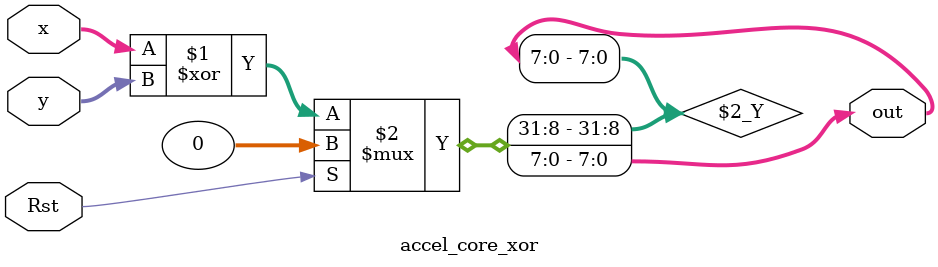
<source format=sv>


module accel_core_xor
(
    input logic Rst,
    input logic [7:0] x, 
    input logic [7:0] y, 
    output logic [7:0] out
);

assign out = (Rst) ? 0 : x ^ y;

endmodule
</source>
